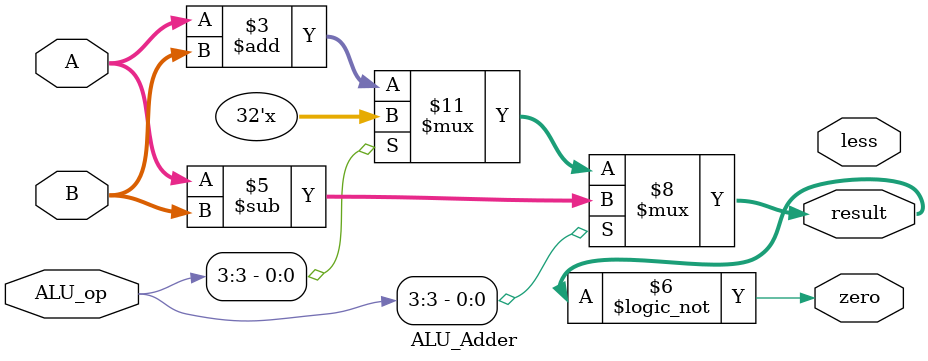
<source format=v>
module ALU_Adder(
    input [31:0] A,
    input [31:0] B,
    input [3:0] ALU_op,    // ½« ALU_op ¶¨ÒåÎª²ÎÊý
    output reg [31:0] result,
    output zero,
    output less
);


    always@(*)
    begin
        if(ALU_op[3]==0) result = A+B;
        if(ALU_op[3]==1) result = A-B;
    end

    assign zero = (result == 0);
    
endmodule
</source>
